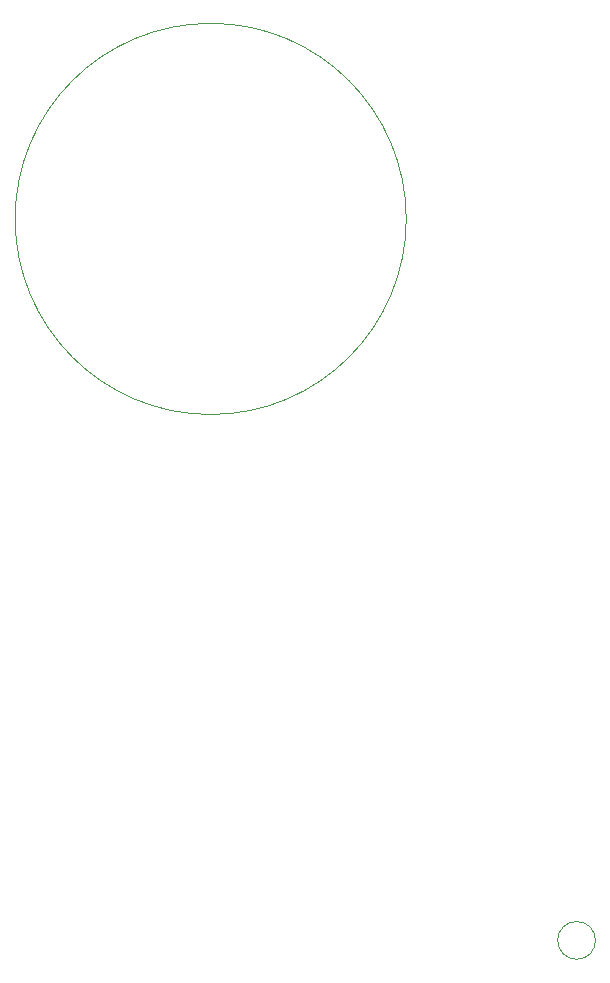
<source format=gbr>
%TF.GenerationSoftware,KiCad,Pcbnew,9.0.4*%
%TF.CreationDate,2025-09-18T23:21:34+02:00*%
%TF.ProjectId,X-DaysSynth,582d4461-7973-4537-996e-74682e6b6963,0.4*%
%TF.SameCoordinates,Original*%
%TF.FileFunction,Other,Comment*%
%FSLAX46Y46*%
G04 Gerber Fmt 4.6, Leading zero omitted, Abs format (unit mm)*
G04 Created by KiCad (PCBNEW 9.0.4) date 2025-09-18 23:21:34*
%MOMM*%
%LPD*%
G01*
G04 APERTURE LIST*
%ADD10C,0.050000*%
%ADD11C,0.100000*%
G04 APERTURE END LIST*
D10*
X171476447Y-157117551D02*
G75*
G02*
X171476447Y-153917649I-47J1599951D01*
G01*
X171476448Y-153917552D02*
G75*
G02*
X171476446Y-157117648I-48J-1600048D01*
G01*
D11*
%TO.C,RGB1*%
X157065672Y-94433435D02*
G75*
G02*
X123948124Y-94433435I-16558774J0D01*
G01*
X123948124Y-94433435D02*
G75*
G02*
X157065672Y-94433435I16558774J0D01*
G01*
%TD*%
M02*

</source>
